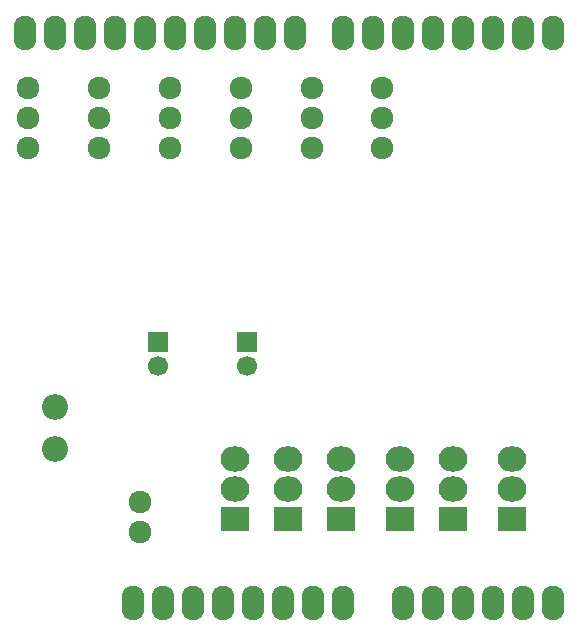
<source format=gbr>
G04 #@! TF.FileFunction,Soldermask,Bot*
%FSLAX46Y46*%
G04 Gerber Fmt 4.6, Leading zero omitted, Abs format (unit mm)*
G04 Created by KiCad (PCBNEW 4.0.4-stable) date Friday, October 14, 2016 'PMt' 06:06:23 PM*
%MOMM*%
%LPD*%
G01*
G04 APERTURE LIST*
%ADD10C,0.100000*%
%ADD11O,1.924000X2.940000*%
%ADD12R,1.700000X1.700000*%
%ADD13C,1.700000*%
%ADD14O,2.198320X2.198320*%
%ADD15R,2.432000X2.127200*%
%ADD16O,2.432000X2.127200*%
%ADD17O,1.924000X1.924000*%
G04 APERTURE END LIST*
D10*
D11*
X152950000Y-108529200D03*
X150410000Y-108529200D03*
X147870000Y-108529200D03*
X140250000Y-108529200D03*
X142790000Y-108529200D03*
X145330000Y-108529200D03*
X135170000Y-108529200D03*
X132630000Y-108529200D03*
X130090000Y-108529200D03*
X125010000Y-108529200D03*
X122470000Y-108529200D03*
X152950000Y-60269200D03*
X150410000Y-60269200D03*
X147870000Y-60269200D03*
X145330000Y-60269200D03*
X142790000Y-60269200D03*
X140250000Y-60269200D03*
X137710000Y-60269200D03*
X135170000Y-60269200D03*
X131106000Y-60269200D03*
X128566000Y-60269200D03*
X126026000Y-60269200D03*
X123486000Y-60269200D03*
X120946000Y-60269200D03*
X118406000Y-60269200D03*
X115866000Y-60269200D03*
X113326000Y-60269200D03*
X127550000Y-108529200D03*
X110786000Y-60269200D03*
X108246000Y-60269200D03*
X119930000Y-108529200D03*
X117390000Y-108529200D03*
D12*
X119500000Y-86500000D03*
D13*
X119500000Y-88500000D03*
D12*
X127000000Y-86500000D03*
D13*
X127000000Y-88500000D03*
D14*
X110750000Y-95500000D03*
X110750000Y-92002420D03*
D15*
X126000000Y-101500000D03*
D16*
X126000000Y-98960000D03*
X126000000Y-96420000D03*
D15*
X130500000Y-101500000D03*
D16*
X130500000Y-98960000D03*
X130500000Y-96420000D03*
D15*
X135000000Y-101500000D03*
D16*
X135000000Y-98960000D03*
X135000000Y-96420000D03*
D15*
X140000000Y-101500000D03*
D16*
X140000000Y-98960000D03*
X140000000Y-96420000D03*
D15*
X144500000Y-101500000D03*
D16*
X144500000Y-98960000D03*
X144500000Y-96420000D03*
D15*
X149500000Y-101500000D03*
D16*
X149500000Y-98960000D03*
X149500000Y-96420000D03*
D17*
X108500000Y-65000000D03*
X108500000Y-67540000D03*
X108500000Y-70080000D03*
X114500000Y-65000000D03*
X114500000Y-67540000D03*
X114500000Y-70080000D03*
X120500000Y-65000000D03*
X120500000Y-67540000D03*
X120500000Y-70080000D03*
X126500000Y-65000000D03*
X126500000Y-67540000D03*
X126500000Y-70080000D03*
X132500000Y-65000000D03*
X132500000Y-67540000D03*
X132500000Y-70080000D03*
X138500000Y-65000000D03*
X138500000Y-67540000D03*
X138500000Y-70080000D03*
X118000000Y-100000000D03*
X118000000Y-102540000D03*
M02*

</source>
